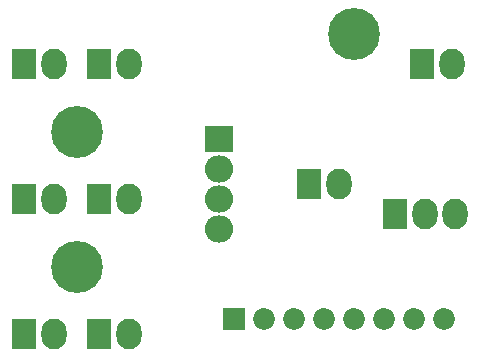
<source format=gbr>
G04 #@! TF.GenerationSoftware,KiCad,Pcbnew,5.0.0*
G04 #@! TF.CreationDate,2018-09-27T13:21:24-05:00*
G04 #@! TF.ProjectId,PowerRDP,506F7765725244502E6B696361645F70,01*
G04 #@! TF.SameCoordinates,Original*
G04 #@! TF.FileFunction,Soldermask,Bot*
G04 #@! TF.FilePolarity,Negative*
%FSLAX46Y46*%
G04 Gerber Fmt 4.6, Leading zero omitted, Abs format (unit mm)*
G04 Created by KiCad (PCBNEW 5.0.0) date Thu Sep 27 13:21:24 2018*
%MOMM*%
%LPD*%
G01*
G04 APERTURE LIST*
%ADD10C,4.400000*%
%ADD11C,1.850000*%
%ADD12R,1.850000X1.850000*%
%ADD13O,2.400000X2.305000*%
%ADD14R,2.400000X2.305000*%
%ADD15O,2.140000X2.600000*%
%ADD16R,2.140000X2.600000*%
G04 APERTURE END LIST*
D10*
G04 #@! TO.C,REF\002A\002A*
X127635000Y-59055000D03*
G04 #@! TD*
G04 #@! TO.C,REF\002A\002A*
X127635000Y-70485000D03*
G04 #@! TD*
G04 #@! TO.C,REF\002A\002A*
X151130000Y-50800000D03*
G04 #@! TD*
D11*
G04 #@! TO.C,U1*
X158750000Y-74930000D03*
X156210000Y-74930000D03*
X153670000Y-74930000D03*
X151130000Y-74930000D03*
X148590000Y-74930000D03*
X146050000Y-74930000D03*
X143510000Y-74930000D03*
D12*
X140970000Y-74930000D03*
G04 #@! TD*
D13*
G04 #@! TO.C,U2*
X139700000Y-67310000D03*
X139700000Y-64770000D03*
X139700000Y-62230000D03*
D14*
X139700000Y-59690000D03*
G04 #@! TD*
D15*
G04 #@! TO.C,J1*
X125730000Y-76200000D03*
D16*
X123190000Y-76200000D03*
G04 #@! TD*
D15*
G04 #@! TO.C,J2*
X132080000Y-76200000D03*
D16*
X129540000Y-76200000D03*
G04 #@! TD*
D15*
G04 #@! TO.C,J3*
X125730000Y-64770000D03*
D16*
X123190000Y-64770000D03*
G04 #@! TD*
D15*
G04 #@! TO.C,J4*
X132080000Y-64770000D03*
D16*
X129540000Y-64770000D03*
G04 #@! TD*
D15*
G04 #@! TO.C,J5*
X125730000Y-53340000D03*
D16*
X123190000Y-53340000D03*
G04 #@! TD*
D15*
G04 #@! TO.C,J6*
X132080000Y-53340000D03*
D16*
X129540000Y-53340000D03*
G04 #@! TD*
D15*
G04 #@! TO.C,J7*
X159385000Y-53340000D03*
D16*
X156845000Y-53340000D03*
G04 #@! TD*
D15*
G04 #@! TO.C,J8*
X149860000Y-63500000D03*
D16*
X147320000Y-63500000D03*
G04 #@! TD*
D15*
G04 #@! TO.C,J9*
X159665001Y-66040000D03*
X157125001Y-66040000D03*
D16*
X154585001Y-66040000D03*
G04 #@! TD*
M02*

</source>
